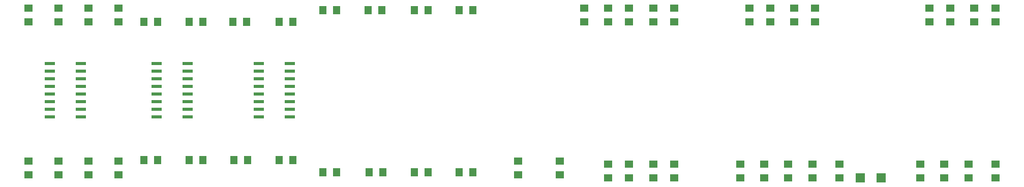
<source format=gbp>
G04*
G04 #@! TF.GenerationSoftware,Altium Limited,Altium Designer,18.0.7 (293)*
G04*
G04 Layer_Color=128*
%FSTAX24Y24*%
%MOIN*%
G70*
G01*
G75*
%ADD15R,0.0500X0.0550*%
%ADD45R,0.0550X0.0500*%
%ADD46R,0.0591X0.0591*%
%ADD47R,0.0670X0.0210*%
D15*
X02725Y036831D02*
D03*
X02815D02*
D03*
X030202Y047461D02*
D03*
X031102D02*
D03*
X030202Y036831D02*
D03*
X031102D02*
D03*
X02725Y047461D02*
D03*
X02815D02*
D03*
X024213D02*
D03*
X025113D02*
D03*
X02126Y036831D02*
D03*
X02216D02*
D03*
X024297D02*
D03*
X025197D02*
D03*
X009533Y046673D02*
D03*
X010433D02*
D03*
X012486D02*
D03*
X013386D02*
D03*
X009533Y037618D02*
D03*
X010433D02*
D03*
X012486D02*
D03*
X013386D02*
D03*
X015439D02*
D03*
X016339D02*
D03*
X018391Y046673D02*
D03*
X019291D02*
D03*
X015354D02*
D03*
X016254D02*
D03*
X02216Y047461D02*
D03*
X02126D02*
D03*
X018391Y037618D02*
D03*
X019291D02*
D03*
D45*
X048622Y036437D02*
D03*
Y037337D02*
D03*
X060433Y036437D02*
D03*
Y037337D02*
D03*
X038386Y046673D02*
D03*
Y047573D02*
D03*
X055118Y037337D02*
D03*
Y036437D02*
D03*
X051772D02*
D03*
Y037337D02*
D03*
X053346Y036437D02*
D03*
Y037337D02*
D03*
X063976Y047573D02*
D03*
Y046673D02*
D03*
X050591Y047573D02*
D03*
Y046673D02*
D03*
X062402Y047573D02*
D03*
Y046673D02*
D03*
X050197Y036437D02*
D03*
Y037337D02*
D03*
X036811Y036634D02*
D03*
Y037534D02*
D03*
X042913Y037337D02*
D03*
Y036437D02*
D03*
X041339Y037337D02*
D03*
Y036437D02*
D03*
X034055Y036634D02*
D03*
Y037534D02*
D03*
X061024Y046673D02*
D03*
Y047573D02*
D03*
X062008Y037337D02*
D03*
Y036437D02*
D03*
X063583Y037337D02*
D03*
Y036437D02*
D03*
X065354Y046673D02*
D03*
Y047573D02*
D03*
X053543Y046673D02*
D03*
Y047573D02*
D03*
X052165Y046673D02*
D03*
Y047573D02*
D03*
X039961Y046673D02*
D03*
Y047573D02*
D03*
X041339Y046673D02*
D03*
Y047573D02*
D03*
X039961Y037337D02*
D03*
Y036437D02*
D03*
X044291Y046673D02*
D03*
Y047573D02*
D03*
X042913Y046673D02*
D03*
Y047573D02*
D03*
X003937Y046673D02*
D03*
Y047573D02*
D03*
X001969Y037534D02*
D03*
Y036634D02*
D03*
X003937Y037534D02*
D03*
Y036634D02*
D03*
X005906Y037534D02*
D03*
Y036634D02*
D03*
X007874Y046673D02*
D03*
Y047573D02*
D03*
X005906Y046673D02*
D03*
Y047573D02*
D03*
X065354Y037337D02*
D03*
Y036437D02*
D03*
X049213Y046673D02*
D03*
Y047573D02*
D03*
X044291Y037337D02*
D03*
Y036437D02*
D03*
X007874Y037534D02*
D03*
Y036634D02*
D03*
X001969Y046673D02*
D03*
Y047573D02*
D03*
D46*
X056496Y036437D02*
D03*
X057874D02*
D03*
D47*
X005386Y040465D02*
D03*
Y040965D02*
D03*
Y041465D02*
D03*
Y041965D02*
D03*
Y042465D02*
D03*
Y042965D02*
D03*
Y043465D02*
D03*
Y043965D02*
D03*
X003346D02*
D03*
Y043465D02*
D03*
Y042965D02*
D03*
Y042465D02*
D03*
Y041965D02*
D03*
Y041465D02*
D03*
Y040965D02*
D03*
Y040465D02*
D03*
X017054Y043965D02*
D03*
Y043465D02*
D03*
Y042965D02*
D03*
Y042465D02*
D03*
Y041965D02*
D03*
Y041465D02*
D03*
Y040965D02*
D03*
Y040465D02*
D03*
X019094D02*
D03*
Y040965D02*
D03*
Y041465D02*
D03*
Y041965D02*
D03*
Y042465D02*
D03*
Y042965D02*
D03*
Y043465D02*
D03*
Y043965D02*
D03*
X010362Y040449D02*
D03*
Y040949D02*
D03*
Y041449D02*
D03*
Y041949D02*
D03*
Y042449D02*
D03*
Y042949D02*
D03*
Y043449D02*
D03*
Y043949D02*
D03*
X012402D02*
D03*
Y043449D02*
D03*
Y042949D02*
D03*
Y042449D02*
D03*
Y041949D02*
D03*
Y041449D02*
D03*
Y040949D02*
D03*
Y040449D02*
D03*
M02*

</source>
